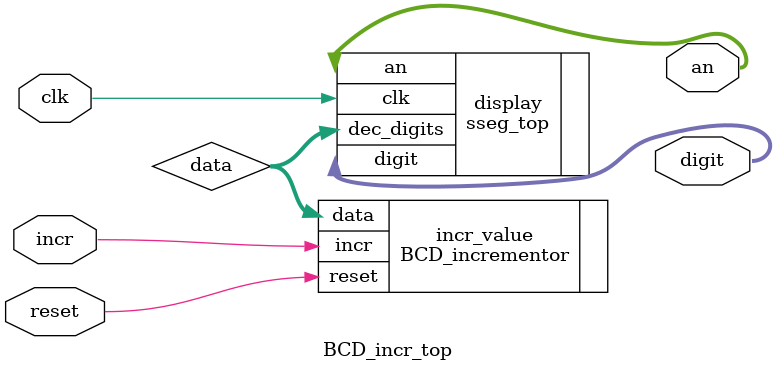
<source format=v>
module BCD_incr_top
  (
   input wire        clk,
   input wire        incr,
   input wire        reset,
   output wire [3:0] an,
   output wire [7:0] digit
   );

   wire [15:0]        data;
   
   BCD_incrementor incr_value 
     (.incr(incr), .reset(reset), .data(data));

   sseg_top display
     (.clk(clk), .dec_digits(data), .an(an), .digit(digit));

endmodule // BCD_incr_top

</source>
